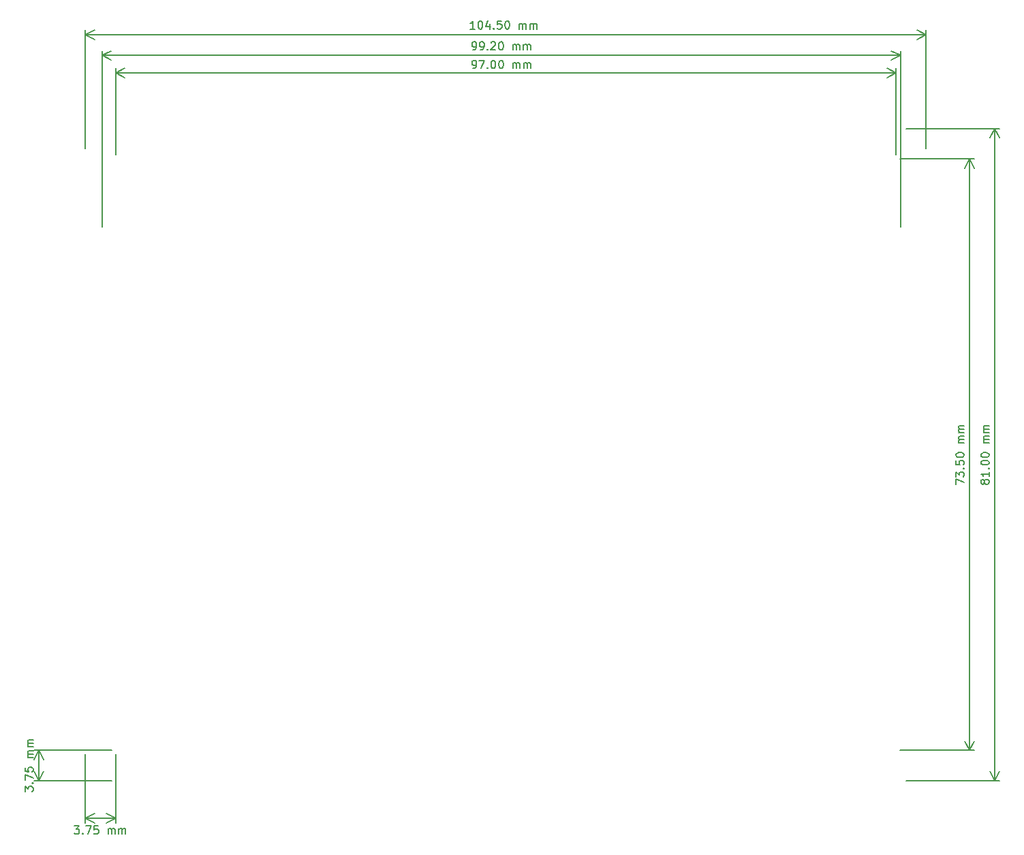
<source format=gbr>
G04 #@! TF.GenerationSoftware,KiCad,Pcbnew,7.0.9-7.0.9~ubuntu22.04.1*
G04 #@! TF.CreationDate,2023-12-06T12:24:42-05:00*
G04 #@! TF.ProjectId,mpw-mb1,6d70772d-6d62-4312-9e6b-696361645f70,2.2.5*
G04 #@! TF.SameCoordinates,PX35e1f20PY8044ea0*
G04 #@! TF.FileFunction,Other,User*
%FSLAX46Y46*%
G04 Gerber Fmt 4.6, Leading zero omitted, Abs format (unit mm)*
G04 Created by KiCad (PCBNEW 7.0.9-7.0.9~ubuntu22.04.1) date 2023-12-06 12:24:42*
%MOMM*%
%LPD*%
G01*
G04 APERTURE LIST*
%ADD10C,0.150000*%
G04 APERTURE END LIST*
D10*
X48128572Y90795181D02*
X48319048Y90795181D01*
X48319048Y90795181D02*
X48414286Y90842800D01*
X48414286Y90842800D02*
X48461905Y90890420D01*
X48461905Y90890420D02*
X48557143Y91033277D01*
X48557143Y91033277D02*
X48604762Y91223753D01*
X48604762Y91223753D02*
X48604762Y91604705D01*
X48604762Y91604705D02*
X48557143Y91699943D01*
X48557143Y91699943D02*
X48509524Y91747562D01*
X48509524Y91747562D02*
X48414286Y91795181D01*
X48414286Y91795181D02*
X48223810Y91795181D01*
X48223810Y91795181D02*
X48128572Y91747562D01*
X48128572Y91747562D02*
X48080953Y91699943D01*
X48080953Y91699943D02*
X48033334Y91604705D01*
X48033334Y91604705D02*
X48033334Y91366610D01*
X48033334Y91366610D02*
X48080953Y91271372D01*
X48080953Y91271372D02*
X48128572Y91223753D01*
X48128572Y91223753D02*
X48223810Y91176134D01*
X48223810Y91176134D02*
X48414286Y91176134D01*
X48414286Y91176134D02*
X48509524Y91223753D01*
X48509524Y91223753D02*
X48557143Y91271372D01*
X48557143Y91271372D02*
X48604762Y91366610D01*
X49080953Y90795181D02*
X49271429Y90795181D01*
X49271429Y90795181D02*
X49366667Y90842800D01*
X49366667Y90842800D02*
X49414286Y90890420D01*
X49414286Y90890420D02*
X49509524Y91033277D01*
X49509524Y91033277D02*
X49557143Y91223753D01*
X49557143Y91223753D02*
X49557143Y91604705D01*
X49557143Y91604705D02*
X49509524Y91699943D01*
X49509524Y91699943D02*
X49461905Y91747562D01*
X49461905Y91747562D02*
X49366667Y91795181D01*
X49366667Y91795181D02*
X49176191Y91795181D01*
X49176191Y91795181D02*
X49080953Y91747562D01*
X49080953Y91747562D02*
X49033334Y91699943D01*
X49033334Y91699943D02*
X48985715Y91604705D01*
X48985715Y91604705D02*
X48985715Y91366610D01*
X48985715Y91366610D02*
X49033334Y91271372D01*
X49033334Y91271372D02*
X49080953Y91223753D01*
X49080953Y91223753D02*
X49176191Y91176134D01*
X49176191Y91176134D02*
X49366667Y91176134D01*
X49366667Y91176134D02*
X49461905Y91223753D01*
X49461905Y91223753D02*
X49509524Y91271372D01*
X49509524Y91271372D02*
X49557143Y91366610D01*
X49985715Y90890420D02*
X50033334Y90842800D01*
X50033334Y90842800D02*
X49985715Y90795181D01*
X49985715Y90795181D02*
X49938096Y90842800D01*
X49938096Y90842800D02*
X49985715Y90890420D01*
X49985715Y90890420D02*
X49985715Y90795181D01*
X50414286Y91699943D02*
X50461905Y91747562D01*
X50461905Y91747562D02*
X50557143Y91795181D01*
X50557143Y91795181D02*
X50795238Y91795181D01*
X50795238Y91795181D02*
X50890476Y91747562D01*
X50890476Y91747562D02*
X50938095Y91699943D01*
X50938095Y91699943D02*
X50985714Y91604705D01*
X50985714Y91604705D02*
X50985714Y91509467D01*
X50985714Y91509467D02*
X50938095Y91366610D01*
X50938095Y91366610D02*
X50366667Y90795181D01*
X50366667Y90795181D02*
X50985714Y90795181D01*
X51604762Y91795181D02*
X51700000Y91795181D01*
X51700000Y91795181D02*
X51795238Y91747562D01*
X51795238Y91747562D02*
X51842857Y91699943D01*
X51842857Y91699943D02*
X51890476Y91604705D01*
X51890476Y91604705D02*
X51938095Y91414229D01*
X51938095Y91414229D02*
X51938095Y91176134D01*
X51938095Y91176134D02*
X51890476Y90985658D01*
X51890476Y90985658D02*
X51842857Y90890420D01*
X51842857Y90890420D02*
X51795238Y90842800D01*
X51795238Y90842800D02*
X51700000Y90795181D01*
X51700000Y90795181D02*
X51604762Y90795181D01*
X51604762Y90795181D02*
X51509524Y90842800D01*
X51509524Y90842800D02*
X51461905Y90890420D01*
X51461905Y90890420D02*
X51414286Y90985658D01*
X51414286Y90985658D02*
X51366667Y91176134D01*
X51366667Y91176134D02*
X51366667Y91414229D01*
X51366667Y91414229D02*
X51414286Y91604705D01*
X51414286Y91604705D02*
X51461905Y91699943D01*
X51461905Y91699943D02*
X51509524Y91747562D01*
X51509524Y91747562D02*
X51604762Y91795181D01*
X53128572Y90795181D02*
X53128572Y91461848D01*
X53128572Y91366610D02*
X53176191Y91414229D01*
X53176191Y91414229D02*
X53271429Y91461848D01*
X53271429Y91461848D02*
X53414286Y91461848D01*
X53414286Y91461848D02*
X53509524Y91414229D01*
X53509524Y91414229D02*
X53557143Y91318991D01*
X53557143Y91318991D02*
X53557143Y90795181D01*
X53557143Y91318991D02*
X53604762Y91414229D01*
X53604762Y91414229D02*
X53700000Y91461848D01*
X53700000Y91461848D02*
X53842857Y91461848D01*
X53842857Y91461848D02*
X53938096Y91414229D01*
X53938096Y91414229D02*
X53985715Y91318991D01*
X53985715Y91318991D02*
X53985715Y90795181D01*
X54461905Y90795181D02*
X54461905Y91461848D01*
X54461905Y91366610D02*
X54509524Y91414229D01*
X54509524Y91414229D02*
X54604762Y91461848D01*
X54604762Y91461848D02*
X54747619Y91461848D01*
X54747619Y91461848D02*
X54842857Y91414229D01*
X54842857Y91414229D02*
X54890476Y91318991D01*
X54890476Y91318991D02*
X54890476Y90795181D01*
X54890476Y91318991D02*
X54938095Y91414229D01*
X54938095Y91414229D02*
X55033333Y91461848D01*
X55033333Y91461848D02*
X55176190Y91461848D01*
X55176190Y91461848D02*
X55271429Y91414229D01*
X55271429Y91414229D02*
X55319048Y91318991D01*
X55319048Y91318991D02*
X55319048Y90795181D01*
X101300000Y68760000D02*
X101300000Y90686420D01*
X2100000Y68760000D02*
X2100000Y90686420D01*
X101300000Y90100000D02*
X2100000Y90100000D01*
X101300000Y90100000D02*
X2100000Y90100000D01*
X101300000Y90100000D02*
X100173496Y89513579D01*
X101300000Y90100000D02*
X100173496Y90686421D01*
X2100000Y90100000D02*
X3226504Y90686421D01*
X2100000Y90100000D02*
X3226504Y89513579D01*
X-7495181Y-1363094D02*
X-7495181Y-744047D01*
X-7495181Y-744047D02*
X-7114229Y-1077380D01*
X-7114229Y-1077380D02*
X-7114229Y-934523D01*
X-7114229Y-934523D02*
X-7066610Y-839285D01*
X-7066610Y-839285D02*
X-7018991Y-791666D01*
X-7018991Y-791666D02*
X-6923753Y-744047D01*
X-6923753Y-744047D02*
X-6685658Y-744047D01*
X-6685658Y-744047D02*
X-6590420Y-791666D01*
X-6590420Y-791666D02*
X-6542800Y-839285D01*
X-6542800Y-839285D02*
X-6495181Y-934523D01*
X-6495181Y-934523D02*
X-6495181Y-1220237D01*
X-6495181Y-1220237D02*
X-6542800Y-1315475D01*
X-6542800Y-1315475D02*
X-6590420Y-1363094D01*
X-6590420Y-315475D02*
X-6542800Y-267856D01*
X-6542800Y-267856D02*
X-6495181Y-315475D01*
X-6495181Y-315475D02*
X-6542800Y-363094D01*
X-6542800Y-363094D02*
X-6590420Y-315475D01*
X-6590420Y-315475D02*
X-6495181Y-315475D01*
X-7495181Y65477D02*
X-7495181Y732143D01*
X-7495181Y732143D02*
X-6495181Y303572D01*
X-7495181Y1589286D02*
X-7495181Y1113096D01*
X-7495181Y1113096D02*
X-7018991Y1065477D01*
X-7018991Y1065477D02*
X-7066610Y1113096D01*
X-7066610Y1113096D02*
X-7114229Y1208334D01*
X-7114229Y1208334D02*
X-7114229Y1446429D01*
X-7114229Y1446429D02*
X-7066610Y1541667D01*
X-7066610Y1541667D02*
X-7018991Y1589286D01*
X-7018991Y1589286D02*
X-6923753Y1636905D01*
X-6923753Y1636905D02*
X-6685658Y1636905D01*
X-6685658Y1636905D02*
X-6590420Y1589286D01*
X-6590420Y1589286D02*
X-6542800Y1541667D01*
X-6542800Y1541667D02*
X-6495181Y1446429D01*
X-6495181Y1446429D02*
X-6495181Y1208334D01*
X-6495181Y1208334D02*
X-6542800Y1113096D01*
X-6542800Y1113096D02*
X-6590420Y1065477D01*
X-6495181Y2827382D02*
X-7161848Y2827382D01*
X-7066610Y2827382D02*
X-7114229Y2875001D01*
X-7114229Y2875001D02*
X-7161848Y2970239D01*
X-7161848Y2970239D02*
X-7161848Y3113096D01*
X-7161848Y3113096D02*
X-7114229Y3208334D01*
X-7114229Y3208334D02*
X-7018991Y3255953D01*
X-7018991Y3255953D02*
X-6495181Y3255953D01*
X-7018991Y3255953D02*
X-7114229Y3303572D01*
X-7114229Y3303572D02*
X-7161848Y3398810D01*
X-7161848Y3398810D02*
X-7161848Y3541667D01*
X-7161848Y3541667D02*
X-7114229Y3636906D01*
X-7114229Y3636906D02*
X-7018991Y3684525D01*
X-7018991Y3684525D02*
X-6495181Y3684525D01*
X-6495181Y4160715D02*
X-7161848Y4160715D01*
X-7066610Y4160715D02*
X-7114229Y4208334D01*
X-7114229Y4208334D02*
X-7161848Y4303572D01*
X-7161848Y4303572D02*
X-7161848Y4446429D01*
X-7161848Y4446429D02*
X-7114229Y4541667D01*
X-7114229Y4541667D02*
X-7018991Y4589286D01*
X-7018991Y4589286D02*
X-6495181Y4589286D01*
X-7018991Y4589286D02*
X-7114229Y4636905D01*
X-7114229Y4636905D02*
X-7161848Y4732143D01*
X-7161848Y4732143D02*
X-7161848Y4875000D01*
X-7161848Y4875000D02*
X-7114229Y4970239D01*
X-7114229Y4970239D02*
X-7018991Y5017858D01*
X-7018991Y5017858D02*
X-6495181Y5017858D01*
X3250000Y3750000D02*
X-6386420Y3750000D01*
X3250000Y0D02*
X-6386420Y0D01*
X-5800000Y3750000D02*
X-5800000Y0D01*
X-5800000Y3750000D02*
X-5800000Y0D01*
X-5800000Y3750000D02*
X-5213579Y2623496D01*
X-5800000Y3750000D02*
X-6386421Y2623496D01*
X-5800000Y0D02*
X-6386421Y1126504D01*
X-5800000Y0D02*
X-5213579Y1126504D01*
X48135294Y88501903D02*
X48325770Y88501903D01*
X48325770Y88501903D02*
X48421008Y88549522D01*
X48421008Y88549522D02*
X48468627Y88597142D01*
X48468627Y88597142D02*
X48563865Y88739999D01*
X48563865Y88739999D02*
X48611484Y88930475D01*
X48611484Y88930475D02*
X48611484Y89311427D01*
X48611484Y89311427D02*
X48563865Y89406665D01*
X48563865Y89406665D02*
X48516246Y89454284D01*
X48516246Y89454284D02*
X48421008Y89501903D01*
X48421008Y89501903D02*
X48230532Y89501903D01*
X48230532Y89501903D02*
X48135294Y89454284D01*
X48135294Y89454284D02*
X48087675Y89406665D01*
X48087675Y89406665D02*
X48040056Y89311427D01*
X48040056Y89311427D02*
X48040056Y89073332D01*
X48040056Y89073332D02*
X48087675Y88978094D01*
X48087675Y88978094D02*
X48135294Y88930475D01*
X48135294Y88930475D02*
X48230532Y88882856D01*
X48230532Y88882856D02*
X48421008Y88882856D01*
X48421008Y88882856D02*
X48516246Y88930475D01*
X48516246Y88930475D02*
X48563865Y88978094D01*
X48563865Y88978094D02*
X48611484Y89073332D01*
X48944818Y89501903D02*
X49611484Y89501903D01*
X49611484Y89501903D02*
X49182913Y88501903D01*
X49992437Y88597142D02*
X50040056Y88549522D01*
X50040056Y88549522D02*
X49992437Y88501903D01*
X49992437Y88501903D02*
X49944818Y88549522D01*
X49944818Y88549522D02*
X49992437Y88597142D01*
X49992437Y88597142D02*
X49992437Y88501903D01*
X50659103Y89501903D02*
X50754341Y89501903D01*
X50754341Y89501903D02*
X50849579Y89454284D01*
X50849579Y89454284D02*
X50897198Y89406665D01*
X50897198Y89406665D02*
X50944817Y89311427D01*
X50944817Y89311427D02*
X50992436Y89120951D01*
X50992436Y89120951D02*
X50992436Y88882856D01*
X50992436Y88882856D02*
X50944817Y88692380D01*
X50944817Y88692380D02*
X50897198Y88597142D01*
X50897198Y88597142D02*
X50849579Y88549522D01*
X50849579Y88549522D02*
X50754341Y88501903D01*
X50754341Y88501903D02*
X50659103Y88501903D01*
X50659103Y88501903D02*
X50563865Y88549522D01*
X50563865Y88549522D02*
X50516246Y88597142D01*
X50516246Y88597142D02*
X50468627Y88692380D01*
X50468627Y88692380D02*
X50421008Y88882856D01*
X50421008Y88882856D02*
X50421008Y89120951D01*
X50421008Y89120951D02*
X50468627Y89311427D01*
X50468627Y89311427D02*
X50516246Y89406665D01*
X50516246Y89406665D02*
X50563865Y89454284D01*
X50563865Y89454284D02*
X50659103Y89501903D01*
X51611484Y89501903D02*
X51706722Y89501903D01*
X51706722Y89501903D02*
X51801960Y89454284D01*
X51801960Y89454284D02*
X51849579Y89406665D01*
X51849579Y89406665D02*
X51897198Y89311427D01*
X51897198Y89311427D02*
X51944817Y89120951D01*
X51944817Y89120951D02*
X51944817Y88882856D01*
X51944817Y88882856D02*
X51897198Y88692380D01*
X51897198Y88692380D02*
X51849579Y88597142D01*
X51849579Y88597142D02*
X51801960Y88549522D01*
X51801960Y88549522D02*
X51706722Y88501903D01*
X51706722Y88501903D02*
X51611484Y88501903D01*
X51611484Y88501903D02*
X51516246Y88549522D01*
X51516246Y88549522D02*
X51468627Y88597142D01*
X51468627Y88597142D02*
X51421008Y88692380D01*
X51421008Y88692380D02*
X51373389Y88882856D01*
X51373389Y88882856D02*
X51373389Y89120951D01*
X51373389Y89120951D02*
X51421008Y89311427D01*
X51421008Y89311427D02*
X51468627Y89406665D01*
X51468627Y89406665D02*
X51516246Y89454284D01*
X51516246Y89454284D02*
X51611484Y89501903D01*
X53135294Y88501903D02*
X53135294Y89168570D01*
X53135294Y89073332D02*
X53182913Y89120951D01*
X53182913Y89120951D02*
X53278151Y89168570D01*
X53278151Y89168570D02*
X53421008Y89168570D01*
X53421008Y89168570D02*
X53516246Y89120951D01*
X53516246Y89120951D02*
X53563865Y89025713D01*
X53563865Y89025713D02*
X53563865Y88501903D01*
X53563865Y89025713D02*
X53611484Y89120951D01*
X53611484Y89120951D02*
X53706722Y89168570D01*
X53706722Y89168570D02*
X53849579Y89168570D01*
X53849579Y89168570D02*
X53944818Y89120951D01*
X53944818Y89120951D02*
X53992437Y89025713D01*
X53992437Y89025713D02*
X53992437Y88501903D01*
X54468627Y88501903D02*
X54468627Y89168570D01*
X54468627Y89073332D02*
X54516246Y89120951D01*
X54516246Y89120951D02*
X54611484Y89168570D01*
X54611484Y89168570D02*
X54754341Y89168570D01*
X54754341Y89168570D02*
X54849579Y89120951D01*
X54849579Y89120951D02*
X54897198Y89025713D01*
X54897198Y89025713D02*
X54897198Y88501903D01*
X54897198Y89025713D02*
X54944817Y89120951D01*
X54944817Y89120951D02*
X55040055Y89168570D01*
X55040055Y89168570D02*
X55182912Y89168570D01*
X55182912Y89168570D02*
X55278151Y89120951D01*
X55278151Y89120951D02*
X55325770Y89025713D01*
X55325770Y89025713D02*
X55325770Y88501903D01*
X3750000Y77750000D02*
X3750000Y88486420D01*
X100750000Y77750000D02*
X100750000Y88486420D01*
X3750000Y87900000D02*
X100750000Y87900000D01*
X3750000Y87900000D02*
X100750000Y87900000D01*
X3750000Y87900000D02*
X4876504Y88486421D01*
X3750000Y87900000D02*
X4876504Y87313579D01*
X100750000Y87900000D02*
X99623496Y87313579D01*
X100750000Y87900000D02*
X99623496Y88486421D01*
X108204819Y36785716D02*
X108204819Y37452382D01*
X108204819Y37452382D02*
X109204819Y37023811D01*
X108204819Y37738097D02*
X108204819Y38357144D01*
X108204819Y38357144D02*
X108585771Y38023811D01*
X108585771Y38023811D02*
X108585771Y38166668D01*
X108585771Y38166668D02*
X108633390Y38261906D01*
X108633390Y38261906D02*
X108681009Y38309525D01*
X108681009Y38309525D02*
X108776247Y38357144D01*
X108776247Y38357144D02*
X109014342Y38357144D01*
X109014342Y38357144D02*
X109109580Y38309525D01*
X109109580Y38309525D02*
X109157200Y38261906D01*
X109157200Y38261906D02*
X109204819Y38166668D01*
X109204819Y38166668D02*
X109204819Y37880954D01*
X109204819Y37880954D02*
X109157200Y37785716D01*
X109157200Y37785716D02*
X109109580Y37738097D01*
X109109580Y38785716D02*
X109157200Y38833335D01*
X109157200Y38833335D02*
X109204819Y38785716D01*
X109204819Y38785716D02*
X109157200Y38738097D01*
X109157200Y38738097D02*
X109109580Y38785716D01*
X109109580Y38785716D02*
X109204819Y38785716D01*
X108204819Y39738096D02*
X108204819Y39261906D01*
X108204819Y39261906D02*
X108681009Y39214287D01*
X108681009Y39214287D02*
X108633390Y39261906D01*
X108633390Y39261906D02*
X108585771Y39357144D01*
X108585771Y39357144D02*
X108585771Y39595239D01*
X108585771Y39595239D02*
X108633390Y39690477D01*
X108633390Y39690477D02*
X108681009Y39738096D01*
X108681009Y39738096D02*
X108776247Y39785715D01*
X108776247Y39785715D02*
X109014342Y39785715D01*
X109014342Y39785715D02*
X109109580Y39738096D01*
X109109580Y39738096D02*
X109157200Y39690477D01*
X109157200Y39690477D02*
X109204819Y39595239D01*
X109204819Y39595239D02*
X109204819Y39357144D01*
X109204819Y39357144D02*
X109157200Y39261906D01*
X109157200Y39261906D02*
X109109580Y39214287D01*
X108204819Y40404763D02*
X108204819Y40500001D01*
X108204819Y40500001D02*
X108252438Y40595239D01*
X108252438Y40595239D02*
X108300057Y40642858D01*
X108300057Y40642858D02*
X108395295Y40690477D01*
X108395295Y40690477D02*
X108585771Y40738096D01*
X108585771Y40738096D02*
X108823866Y40738096D01*
X108823866Y40738096D02*
X109014342Y40690477D01*
X109014342Y40690477D02*
X109109580Y40642858D01*
X109109580Y40642858D02*
X109157200Y40595239D01*
X109157200Y40595239D02*
X109204819Y40500001D01*
X109204819Y40500001D02*
X109204819Y40404763D01*
X109204819Y40404763D02*
X109157200Y40309525D01*
X109157200Y40309525D02*
X109109580Y40261906D01*
X109109580Y40261906D02*
X109014342Y40214287D01*
X109014342Y40214287D02*
X108823866Y40166668D01*
X108823866Y40166668D02*
X108585771Y40166668D01*
X108585771Y40166668D02*
X108395295Y40214287D01*
X108395295Y40214287D02*
X108300057Y40261906D01*
X108300057Y40261906D02*
X108252438Y40309525D01*
X108252438Y40309525D02*
X108204819Y40404763D01*
X109204819Y41928573D02*
X108538152Y41928573D01*
X108633390Y41928573D02*
X108585771Y41976192D01*
X108585771Y41976192D02*
X108538152Y42071430D01*
X108538152Y42071430D02*
X108538152Y42214287D01*
X108538152Y42214287D02*
X108585771Y42309525D01*
X108585771Y42309525D02*
X108681009Y42357144D01*
X108681009Y42357144D02*
X109204819Y42357144D01*
X108681009Y42357144D02*
X108585771Y42404763D01*
X108585771Y42404763D02*
X108538152Y42500001D01*
X108538152Y42500001D02*
X108538152Y42642858D01*
X108538152Y42642858D02*
X108585771Y42738097D01*
X108585771Y42738097D02*
X108681009Y42785716D01*
X108681009Y42785716D02*
X109204819Y42785716D01*
X109204819Y43261906D02*
X108538152Y43261906D01*
X108633390Y43261906D02*
X108585771Y43309525D01*
X108585771Y43309525D02*
X108538152Y43404763D01*
X108538152Y43404763D02*
X108538152Y43547620D01*
X108538152Y43547620D02*
X108585771Y43642858D01*
X108585771Y43642858D02*
X108681009Y43690477D01*
X108681009Y43690477D02*
X109204819Y43690477D01*
X108681009Y43690477D02*
X108585771Y43738096D01*
X108585771Y43738096D02*
X108538152Y43833334D01*
X108538152Y43833334D02*
X108538152Y43976191D01*
X108538152Y43976191D02*
X108585771Y44071430D01*
X108585771Y44071430D02*
X108681009Y44119049D01*
X108681009Y44119049D02*
X109204819Y44119049D01*
X101250000Y77250000D02*
X110486420Y77250000D01*
X101250000Y3750000D02*
X110486420Y3750000D01*
X109900000Y77250000D02*
X109900000Y3750000D01*
X109900000Y77250000D02*
X109900000Y3750000D01*
X109900000Y77250000D02*
X110486421Y76123496D01*
X109900000Y77250000D02*
X109313579Y76123496D01*
X109900000Y3750000D02*
X109313579Y4876504D01*
X109900000Y3750000D02*
X110486421Y4876504D01*
X48428571Y93395181D02*
X47857143Y93395181D01*
X48142857Y93395181D02*
X48142857Y94395181D01*
X48142857Y94395181D02*
X48047619Y94252324D01*
X48047619Y94252324D02*
X47952381Y94157086D01*
X47952381Y94157086D02*
X47857143Y94109467D01*
X49047619Y94395181D02*
X49142857Y94395181D01*
X49142857Y94395181D02*
X49238095Y94347562D01*
X49238095Y94347562D02*
X49285714Y94299943D01*
X49285714Y94299943D02*
X49333333Y94204705D01*
X49333333Y94204705D02*
X49380952Y94014229D01*
X49380952Y94014229D02*
X49380952Y93776134D01*
X49380952Y93776134D02*
X49333333Y93585658D01*
X49333333Y93585658D02*
X49285714Y93490420D01*
X49285714Y93490420D02*
X49238095Y93442800D01*
X49238095Y93442800D02*
X49142857Y93395181D01*
X49142857Y93395181D02*
X49047619Y93395181D01*
X49047619Y93395181D02*
X48952381Y93442800D01*
X48952381Y93442800D02*
X48904762Y93490420D01*
X48904762Y93490420D02*
X48857143Y93585658D01*
X48857143Y93585658D02*
X48809524Y93776134D01*
X48809524Y93776134D02*
X48809524Y94014229D01*
X48809524Y94014229D02*
X48857143Y94204705D01*
X48857143Y94204705D02*
X48904762Y94299943D01*
X48904762Y94299943D02*
X48952381Y94347562D01*
X48952381Y94347562D02*
X49047619Y94395181D01*
X50238095Y94061848D02*
X50238095Y93395181D01*
X50000000Y94442800D02*
X49761905Y93728515D01*
X49761905Y93728515D02*
X50380952Y93728515D01*
X50761905Y93490420D02*
X50809524Y93442800D01*
X50809524Y93442800D02*
X50761905Y93395181D01*
X50761905Y93395181D02*
X50714286Y93442800D01*
X50714286Y93442800D02*
X50761905Y93490420D01*
X50761905Y93490420D02*
X50761905Y93395181D01*
X51714285Y94395181D02*
X51238095Y94395181D01*
X51238095Y94395181D02*
X51190476Y93918991D01*
X51190476Y93918991D02*
X51238095Y93966610D01*
X51238095Y93966610D02*
X51333333Y94014229D01*
X51333333Y94014229D02*
X51571428Y94014229D01*
X51571428Y94014229D02*
X51666666Y93966610D01*
X51666666Y93966610D02*
X51714285Y93918991D01*
X51714285Y93918991D02*
X51761904Y93823753D01*
X51761904Y93823753D02*
X51761904Y93585658D01*
X51761904Y93585658D02*
X51714285Y93490420D01*
X51714285Y93490420D02*
X51666666Y93442800D01*
X51666666Y93442800D02*
X51571428Y93395181D01*
X51571428Y93395181D02*
X51333333Y93395181D01*
X51333333Y93395181D02*
X51238095Y93442800D01*
X51238095Y93442800D02*
X51190476Y93490420D01*
X52380952Y94395181D02*
X52476190Y94395181D01*
X52476190Y94395181D02*
X52571428Y94347562D01*
X52571428Y94347562D02*
X52619047Y94299943D01*
X52619047Y94299943D02*
X52666666Y94204705D01*
X52666666Y94204705D02*
X52714285Y94014229D01*
X52714285Y94014229D02*
X52714285Y93776134D01*
X52714285Y93776134D02*
X52666666Y93585658D01*
X52666666Y93585658D02*
X52619047Y93490420D01*
X52619047Y93490420D02*
X52571428Y93442800D01*
X52571428Y93442800D02*
X52476190Y93395181D01*
X52476190Y93395181D02*
X52380952Y93395181D01*
X52380952Y93395181D02*
X52285714Y93442800D01*
X52285714Y93442800D02*
X52238095Y93490420D01*
X52238095Y93490420D02*
X52190476Y93585658D01*
X52190476Y93585658D02*
X52142857Y93776134D01*
X52142857Y93776134D02*
X52142857Y94014229D01*
X52142857Y94014229D02*
X52190476Y94204705D01*
X52190476Y94204705D02*
X52238095Y94299943D01*
X52238095Y94299943D02*
X52285714Y94347562D01*
X52285714Y94347562D02*
X52380952Y94395181D01*
X53904762Y93395181D02*
X53904762Y94061848D01*
X53904762Y93966610D02*
X53952381Y94014229D01*
X53952381Y94014229D02*
X54047619Y94061848D01*
X54047619Y94061848D02*
X54190476Y94061848D01*
X54190476Y94061848D02*
X54285714Y94014229D01*
X54285714Y94014229D02*
X54333333Y93918991D01*
X54333333Y93918991D02*
X54333333Y93395181D01*
X54333333Y93918991D02*
X54380952Y94014229D01*
X54380952Y94014229D02*
X54476190Y94061848D01*
X54476190Y94061848D02*
X54619047Y94061848D01*
X54619047Y94061848D02*
X54714286Y94014229D01*
X54714286Y94014229D02*
X54761905Y93918991D01*
X54761905Y93918991D02*
X54761905Y93395181D01*
X55238095Y93395181D02*
X55238095Y94061848D01*
X55238095Y93966610D02*
X55285714Y94014229D01*
X55285714Y94014229D02*
X55380952Y94061848D01*
X55380952Y94061848D02*
X55523809Y94061848D01*
X55523809Y94061848D02*
X55619047Y94014229D01*
X55619047Y94014229D02*
X55666666Y93918991D01*
X55666666Y93918991D02*
X55666666Y93395181D01*
X55666666Y93918991D02*
X55714285Y94014229D01*
X55714285Y94014229D02*
X55809523Y94061848D01*
X55809523Y94061848D02*
X55952380Y94061848D01*
X55952380Y94061848D02*
X56047619Y94014229D01*
X56047619Y94014229D02*
X56095238Y93918991D01*
X56095238Y93918991D02*
X56095238Y93395181D01*
X0Y78500000D02*
X0Y93286420D01*
X104500000Y78500000D02*
X104500000Y93286420D01*
X0Y92700000D02*
X104500000Y92700000D01*
X0Y92700000D02*
X104500000Y92700000D01*
X0Y92700000D02*
X1126504Y93286421D01*
X0Y92700000D02*
X1126504Y92113579D01*
X104500000Y92700000D02*
X103373496Y92113579D01*
X104500000Y92700000D02*
X103373496Y93286421D01*
X-1363095Y-5654819D02*
X-744048Y-5654819D01*
X-744048Y-5654819D02*
X-1077381Y-6035771D01*
X-1077381Y-6035771D02*
X-934524Y-6035771D01*
X-934524Y-6035771D02*
X-839286Y-6083390D01*
X-839286Y-6083390D02*
X-791667Y-6131009D01*
X-791667Y-6131009D02*
X-744048Y-6226247D01*
X-744048Y-6226247D02*
X-744048Y-6464342D01*
X-744048Y-6464342D02*
X-791667Y-6559580D01*
X-791667Y-6559580D02*
X-839286Y-6607200D01*
X-839286Y-6607200D02*
X-934524Y-6654819D01*
X-934524Y-6654819D02*
X-1220238Y-6654819D01*
X-1220238Y-6654819D02*
X-1315476Y-6607200D01*
X-1315476Y-6607200D02*
X-1363095Y-6559580D01*
X-315476Y-6559580D02*
X-267857Y-6607200D01*
X-267857Y-6607200D02*
X-315476Y-6654819D01*
X-315476Y-6654819D02*
X-363095Y-6607200D01*
X-363095Y-6607200D02*
X-315476Y-6559580D01*
X-315476Y-6559580D02*
X-315476Y-6654819D01*
X65476Y-5654819D02*
X732142Y-5654819D01*
X732142Y-5654819D02*
X303571Y-6654819D01*
X1589285Y-5654819D02*
X1113095Y-5654819D01*
X1113095Y-5654819D02*
X1065476Y-6131009D01*
X1065476Y-6131009D02*
X1113095Y-6083390D01*
X1113095Y-6083390D02*
X1208333Y-6035771D01*
X1208333Y-6035771D02*
X1446428Y-6035771D01*
X1446428Y-6035771D02*
X1541666Y-6083390D01*
X1541666Y-6083390D02*
X1589285Y-6131009D01*
X1589285Y-6131009D02*
X1636904Y-6226247D01*
X1636904Y-6226247D02*
X1636904Y-6464342D01*
X1636904Y-6464342D02*
X1589285Y-6559580D01*
X1589285Y-6559580D02*
X1541666Y-6607200D01*
X1541666Y-6607200D02*
X1446428Y-6654819D01*
X1446428Y-6654819D02*
X1208333Y-6654819D01*
X1208333Y-6654819D02*
X1113095Y-6607200D01*
X1113095Y-6607200D02*
X1065476Y-6559580D01*
X2827381Y-6654819D02*
X2827381Y-5988152D01*
X2827381Y-6083390D02*
X2875000Y-6035771D01*
X2875000Y-6035771D02*
X2970238Y-5988152D01*
X2970238Y-5988152D02*
X3113095Y-5988152D01*
X3113095Y-5988152D02*
X3208333Y-6035771D01*
X3208333Y-6035771D02*
X3255952Y-6131009D01*
X3255952Y-6131009D02*
X3255952Y-6654819D01*
X3255952Y-6131009D02*
X3303571Y-6035771D01*
X3303571Y-6035771D02*
X3398809Y-5988152D01*
X3398809Y-5988152D02*
X3541666Y-5988152D01*
X3541666Y-5988152D02*
X3636905Y-6035771D01*
X3636905Y-6035771D02*
X3684524Y-6131009D01*
X3684524Y-6131009D02*
X3684524Y-6654819D01*
X4160714Y-6654819D02*
X4160714Y-5988152D01*
X4160714Y-6083390D02*
X4208333Y-6035771D01*
X4208333Y-6035771D02*
X4303571Y-5988152D01*
X4303571Y-5988152D02*
X4446428Y-5988152D01*
X4446428Y-5988152D02*
X4541666Y-6035771D01*
X4541666Y-6035771D02*
X4589285Y-6131009D01*
X4589285Y-6131009D02*
X4589285Y-6654819D01*
X4589285Y-6131009D02*
X4636904Y-6035771D01*
X4636904Y-6035771D02*
X4732142Y-5988152D01*
X4732142Y-5988152D02*
X4874999Y-5988152D01*
X4874999Y-5988152D02*
X4970238Y-6035771D01*
X4970238Y-6035771D02*
X5017857Y-6131009D01*
X5017857Y-6131009D02*
X5017857Y-6654819D01*
X3750000Y3250000D02*
X3750000Y-5286420D01*
X0Y3250000D02*
X0Y-5286420D01*
X3750000Y-4700000D02*
X0Y-4700000D01*
X3750000Y-4700000D02*
X0Y-4700000D01*
X3750000Y-4700000D02*
X2623496Y-5286421D01*
X3750000Y-4700000D02*
X2623496Y-4113579D01*
X0Y-4700000D02*
X1126504Y-4113579D01*
X0Y-4700000D02*
X1126504Y-5286421D01*
X111733390Y37023811D02*
X111685771Y36928573D01*
X111685771Y36928573D02*
X111638152Y36880954D01*
X111638152Y36880954D02*
X111542914Y36833335D01*
X111542914Y36833335D02*
X111495295Y36833335D01*
X111495295Y36833335D02*
X111400057Y36880954D01*
X111400057Y36880954D02*
X111352438Y36928573D01*
X111352438Y36928573D02*
X111304819Y37023811D01*
X111304819Y37023811D02*
X111304819Y37214287D01*
X111304819Y37214287D02*
X111352438Y37309525D01*
X111352438Y37309525D02*
X111400057Y37357144D01*
X111400057Y37357144D02*
X111495295Y37404763D01*
X111495295Y37404763D02*
X111542914Y37404763D01*
X111542914Y37404763D02*
X111638152Y37357144D01*
X111638152Y37357144D02*
X111685771Y37309525D01*
X111685771Y37309525D02*
X111733390Y37214287D01*
X111733390Y37214287D02*
X111733390Y37023811D01*
X111733390Y37023811D02*
X111781009Y36928573D01*
X111781009Y36928573D02*
X111828628Y36880954D01*
X111828628Y36880954D02*
X111923866Y36833335D01*
X111923866Y36833335D02*
X112114342Y36833335D01*
X112114342Y36833335D02*
X112209580Y36880954D01*
X112209580Y36880954D02*
X112257200Y36928573D01*
X112257200Y36928573D02*
X112304819Y37023811D01*
X112304819Y37023811D02*
X112304819Y37214287D01*
X112304819Y37214287D02*
X112257200Y37309525D01*
X112257200Y37309525D02*
X112209580Y37357144D01*
X112209580Y37357144D02*
X112114342Y37404763D01*
X112114342Y37404763D02*
X111923866Y37404763D01*
X111923866Y37404763D02*
X111828628Y37357144D01*
X111828628Y37357144D02*
X111781009Y37309525D01*
X111781009Y37309525D02*
X111733390Y37214287D01*
X112304819Y38357144D02*
X112304819Y37785716D01*
X112304819Y38071430D02*
X111304819Y38071430D01*
X111304819Y38071430D02*
X111447676Y37976192D01*
X111447676Y37976192D02*
X111542914Y37880954D01*
X111542914Y37880954D02*
X111590533Y37785716D01*
X112209580Y38785716D02*
X112257200Y38833335D01*
X112257200Y38833335D02*
X112304819Y38785716D01*
X112304819Y38785716D02*
X112257200Y38738097D01*
X112257200Y38738097D02*
X112209580Y38785716D01*
X112209580Y38785716D02*
X112304819Y38785716D01*
X111304819Y39452382D02*
X111304819Y39547620D01*
X111304819Y39547620D02*
X111352438Y39642858D01*
X111352438Y39642858D02*
X111400057Y39690477D01*
X111400057Y39690477D02*
X111495295Y39738096D01*
X111495295Y39738096D02*
X111685771Y39785715D01*
X111685771Y39785715D02*
X111923866Y39785715D01*
X111923866Y39785715D02*
X112114342Y39738096D01*
X112114342Y39738096D02*
X112209580Y39690477D01*
X112209580Y39690477D02*
X112257200Y39642858D01*
X112257200Y39642858D02*
X112304819Y39547620D01*
X112304819Y39547620D02*
X112304819Y39452382D01*
X112304819Y39452382D02*
X112257200Y39357144D01*
X112257200Y39357144D02*
X112209580Y39309525D01*
X112209580Y39309525D02*
X112114342Y39261906D01*
X112114342Y39261906D02*
X111923866Y39214287D01*
X111923866Y39214287D02*
X111685771Y39214287D01*
X111685771Y39214287D02*
X111495295Y39261906D01*
X111495295Y39261906D02*
X111400057Y39309525D01*
X111400057Y39309525D02*
X111352438Y39357144D01*
X111352438Y39357144D02*
X111304819Y39452382D01*
X111304819Y40404763D02*
X111304819Y40500001D01*
X111304819Y40500001D02*
X111352438Y40595239D01*
X111352438Y40595239D02*
X111400057Y40642858D01*
X111400057Y40642858D02*
X111495295Y40690477D01*
X111495295Y40690477D02*
X111685771Y40738096D01*
X111685771Y40738096D02*
X111923866Y40738096D01*
X111923866Y40738096D02*
X112114342Y40690477D01*
X112114342Y40690477D02*
X112209580Y40642858D01*
X112209580Y40642858D02*
X112257200Y40595239D01*
X112257200Y40595239D02*
X112304819Y40500001D01*
X112304819Y40500001D02*
X112304819Y40404763D01*
X112304819Y40404763D02*
X112257200Y40309525D01*
X112257200Y40309525D02*
X112209580Y40261906D01*
X112209580Y40261906D02*
X112114342Y40214287D01*
X112114342Y40214287D02*
X111923866Y40166668D01*
X111923866Y40166668D02*
X111685771Y40166668D01*
X111685771Y40166668D02*
X111495295Y40214287D01*
X111495295Y40214287D02*
X111400057Y40261906D01*
X111400057Y40261906D02*
X111352438Y40309525D01*
X111352438Y40309525D02*
X111304819Y40404763D01*
X112304819Y41928573D02*
X111638152Y41928573D01*
X111733390Y41928573D02*
X111685771Y41976192D01*
X111685771Y41976192D02*
X111638152Y42071430D01*
X111638152Y42071430D02*
X111638152Y42214287D01*
X111638152Y42214287D02*
X111685771Y42309525D01*
X111685771Y42309525D02*
X111781009Y42357144D01*
X111781009Y42357144D02*
X112304819Y42357144D01*
X111781009Y42357144D02*
X111685771Y42404763D01*
X111685771Y42404763D02*
X111638152Y42500001D01*
X111638152Y42500001D02*
X111638152Y42642858D01*
X111638152Y42642858D02*
X111685771Y42738097D01*
X111685771Y42738097D02*
X111781009Y42785716D01*
X111781009Y42785716D02*
X112304819Y42785716D01*
X112304819Y43261906D02*
X111638152Y43261906D01*
X111733390Y43261906D02*
X111685771Y43309525D01*
X111685771Y43309525D02*
X111638152Y43404763D01*
X111638152Y43404763D02*
X111638152Y43547620D01*
X111638152Y43547620D02*
X111685771Y43642858D01*
X111685771Y43642858D02*
X111781009Y43690477D01*
X111781009Y43690477D02*
X112304819Y43690477D01*
X111781009Y43690477D02*
X111685771Y43738096D01*
X111685771Y43738096D02*
X111638152Y43833334D01*
X111638152Y43833334D02*
X111638152Y43976191D01*
X111638152Y43976191D02*
X111685771Y44071430D01*
X111685771Y44071430D02*
X111781009Y44119049D01*
X111781009Y44119049D02*
X112304819Y44119049D01*
X102000000Y81000000D02*
X113586420Y81000000D01*
X102000000Y0D02*
X113586420Y0D01*
X113000000Y81000000D02*
X113000000Y0D01*
X113000000Y81000000D02*
X113000000Y0D01*
X113000000Y81000000D02*
X113586421Y79873496D01*
X113000000Y81000000D02*
X112413579Y79873496D01*
X113000000Y0D02*
X112413579Y1126504D01*
X113000000Y0D02*
X113586421Y1126504D01*
M02*

</source>
